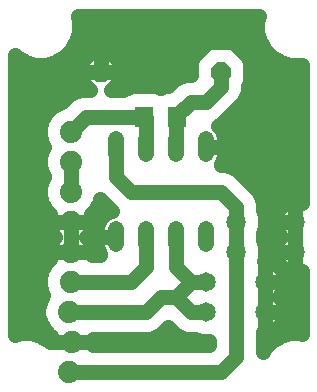
<source format=gbl>
G75*
%MOIN*%
%OFA0B0*%
%FSLAX24Y24*%
%IPPOS*%
%LPD*%
%AMOC8*
5,1,8,0,0,1.08239X$1,22.5*
%
%ADD10C,0.0520*%
%ADD11C,0.0650*%
%ADD12OC8,0.0660*%
%ADD13C,0.0740*%
%ADD14R,0.0630X0.0709*%
%ADD15C,0.0500*%
D10*
X004350Y005590D02*
X004350Y006110D01*
X005350Y006110D02*
X005350Y005590D01*
X006350Y005590D02*
X006350Y006110D01*
X007350Y006110D02*
X007350Y005590D01*
X007350Y008590D02*
X007350Y009110D01*
X006350Y009110D02*
X006350Y008590D01*
X005350Y008590D02*
X005350Y009110D01*
X004350Y009110D02*
X004350Y008590D01*
D11*
X007366Y004350D03*
X007366Y003350D03*
X008366Y005350D03*
X008366Y006350D03*
X009334Y004350D03*
X009334Y003350D03*
X010334Y005350D03*
X010334Y006350D03*
D12*
X007850Y011350D03*
X003850Y011350D03*
D13*
X002850Y009350D03*
X002850Y008350D03*
X002850Y007350D03*
X002850Y006350D03*
X002850Y005350D03*
X002850Y004350D03*
X002800Y003350D03*
X002900Y002350D03*
X002800Y001350D03*
D14*
X005299Y009850D03*
X006401Y009850D03*
D15*
X001844Y002543D02*
X001519Y002630D01*
X001181Y002630D01*
X001000Y002581D01*
X001000Y011890D01*
X001064Y011826D01*
X001356Y011657D01*
X001681Y011570D01*
X002019Y011570D01*
X002344Y011657D01*
X002636Y011826D01*
X002874Y012064D01*
X003043Y012356D01*
X003130Y012681D01*
X003130Y013019D01*
X003082Y013196D01*
X009118Y013196D01*
X009070Y013019D01*
X009070Y012681D01*
X009157Y012356D01*
X009326Y012064D01*
X009564Y011826D01*
X009856Y011657D01*
X010181Y011570D01*
X010519Y011570D01*
X010570Y011584D01*
X010570Y006983D01*
X010552Y006991D01*
X010466Y007013D01*
X010378Y007025D01*
X010334Y007025D01*
X010290Y007025D01*
X010202Y007013D01*
X010117Y006991D01*
X010035Y006957D01*
X009958Y006912D01*
X009888Y006859D01*
X009826Y006796D01*
X009772Y006726D01*
X009728Y006649D01*
X009694Y006567D01*
X009671Y006482D01*
X009659Y006394D01*
X009659Y006350D01*
X009659Y006306D01*
X009671Y006218D01*
X009694Y006133D01*
X009728Y006051D01*
X009772Y005974D01*
X009826Y005904D01*
X009880Y005850D01*
X009826Y005796D01*
X009772Y005726D01*
X009728Y005649D01*
X009694Y005567D01*
X009671Y005482D01*
X009659Y005394D01*
X009659Y005350D01*
X009659Y005306D01*
X009671Y005218D01*
X009694Y005133D01*
X009728Y005051D01*
X009772Y004974D01*
X009826Y004904D01*
X009888Y004841D01*
X009958Y004788D01*
X010035Y004743D01*
X010117Y004709D01*
X010202Y004687D01*
X010290Y004675D01*
X010334Y004675D01*
X010334Y005350D01*
X009659Y005350D01*
X010334Y005350D01*
X010334Y005350D01*
X010334Y005350D01*
X010334Y006350D01*
X009659Y006350D01*
X010334Y006350D01*
X010334Y006350D01*
X010334Y007025D01*
X010334Y006350D01*
X010334Y006350D01*
X010334Y006350D01*
X010334Y006025D01*
X010334Y005350D01*
X010334Y005350D01*
X010334Y004675D01*
X010378Y004675D01*
X010466Y004687D01*
X010552Y004709D01*
X010570Y004717D01*
X010570Y002616D01*
X010519Y002630D01*
X010181Y002630D01*
X009856Y002543D01*
X009564Y002374D01*
X009326Y002136D01*
X009250Y002005D01*
X009250Y002680D01*
X009290Y002675D01*
X009334Y002675D01*
X009334Y003350D01*
X009334Y004350D01*
X009334Y004350D01*
X009334Y005025D01*
X009290Y005025D01*
X009286Y005025D01*
X009341Y005156D01*
X009341Y005544D01*
X009266Y005725D01*
X009266Y005975D01*
X009341Y006156D01*
X009341Y006544D01*
X009266Y006725D01*
X009266Y007013D01*
X009129Y007344D01*
X008613Y007860D01*
X008360Y008113D01*
X008029Y008250D01*
X007857Y008250D01*
X007872Y008270D01*
X007915Y008356D01*
X007945Y008447D01*
X007960Y008542D01*
X007960Y008850D01*
X007960Y009158D01*
X007945Y009253D01*
X007915Y009344D01*
X007872Y009430D01*
X007815Y009507D01*
X007772Y009551D01*
X007860Y009587D01*
X008360Y010087D01*
X008613Y010340D01*
X008750Y010671D01*
X008750Y010864D01*
X008830Y010944D01*
X008830Y011756D01*
X008256Y012330D01*
X007444Y012330D01*
X006870Y011756D01*
X006870Y011250D01*
X006671Y011250D01*
X006340Y011113D01*
X006087Y010860D01*
X006082Y010854D01*
X005957Y010854D01*
X005850Y010810D01*
X005743Y010854D01*
X004855Y010854D01*
X004616Y010755D01*
X004610Y010750D01*
X004212Y010750D01*
X004530Y011068D01*
X004530Y011350D01*
X004530Y011632D01*
X004132Y012030D01*
X003850Y012030D01*
X003850Y011350D01*
X004530Y011350D01*
X003850Y011350D01*
X003850Y011350D01*
X003850Y011350D01*
X003850Y011350D01*
X003170Y011350D01*
X003170Y011632D01*
X003568Y012030D01*
X003850Y012030D01*
X003850Y011350D01*
X003170Y011350D01*
X003170Y011068D01*
X003488Y010750D01*
X003171Y010750D01*
X002840Y010613D01*
X002587Y010360D01*
X002554Y010327D01*
X002456Y010300D01*
X002224Y010166D01*
X002034Y009976D01*
X001900Y009744D01*
X001830Y009484D01*
X001830Y009216D01*
X001900Y008956D01*
X001961Y008850D01*
X001900Y008744D01*
X001830Y008484D01*
X001830Y008216D01*
X001900Y007956D01*
X001950Y007869D01*
X001950Y007831D01*
X001900Y007744D01*
X001830Y007484D01*
X001830Y007216D01*
X001900Y006956D01*
X002034Y006724D01*
X002169Y006588D01*
X002167Y006582D01*
X002142Y006491D01*
X002130Y006397D01*
X002130Y006350D01*
X002641Y006350D01*
X002641Y006350D01*
X002130Y006350D01*
X002130Y006303D01*
X002142Y006209D01*
X002167Y006118D01*
X002203Y006031D01*
X002250Y005949D01*
X002308Y005874D01*
X002332Y005850D01*
X002308Y005826D01*
X002250Y005751D01*
X002203Y005669D01*
X002167Y005582D01*
X002142Y005491D01*
X002130Y005397D01*
X002130Y005350D01*
X002641Y005350D01*
X002130Y005350D01*
X002130Y005303D01*
X002142Y005209D01*
X002167Y005118D01*
X002169Y005112D01*
X002034Y004976D01*
X001900Y004744D01*
X001830Y004484D01*
X001830Y004216D01*
X001900Y003956D01*
X001936Y003893D01*
X001850Y003744D01*
X001780Y003484D01*
X001780Y003216D01*
X001850Y002956D01*
X001984Y002724D01*
X002174Y002534D01*
X002200Y002519D01*
X002192Y002491D01*
X002180Y002397D01*
X002180Y002350D01*
X002591Y002350D01*
X002180Y002350D01*
X002180Y002330D01*
X002136Y002374D01*
X001844Y002543D01*
X001919Y002837D02*
X001000Y002837D01*
X001000Y003335D02*
X001780Y003335D01*
X001901Y003834D02*
X001000Y003834D01*
X001000Y004332D02*
X001830Y004332D01*
X001950Y004831D02*
X001000Y004831D01*
X001000Y005329D02*
X002130Y005329D01*
X002641Y005350D02*
X002641Y005350D01*
X002850Y005370D02*
X002850Y005370D01*
X002850Y006330D01*
X002850Y006330D01*
X002850Y005370D01*
X003059Y005350D02*
X003570Y005350D01*
X003570Y005397D01*
X003558Y005491D01*
X003533Y005582D01*
X003497Y005669D01*
X003450Y005751D01*
X003392Y005826D01*
X003368Y005850D01*
X003392Y005874D01*
X003450Y005949D01*
X003497Y006031D01*
X003533Y006118D01*
X003558Y006209D01*
X003570Y006303D01*
X003570Y006350D01*
X003570Y006397D01*
X003558Y006491D01*
X003533Y006582D01*
X003531Y006588D01*
X003666Y006724D01*
X003800Y006956D01*
X003837Y007091D01*
X003840Y007087D01*
X004220Y006707D01*
X004207Y006705D01*
X004116Y006675D01*
X004030Y006632D01*
X003953Y006575D01*
X003885Y006507D01*
X003828Y006430D01*
X003785Y006344D01*
X003755Y006253D01*
X003740Y006158D01*
X003740Y005850D01*
X004350Y005850D01*
X004350Y005850D01*
X003740Y005850D01*
X003740Y005542D01*
X003755Y005447D01*
X003785Y005356D01*
X003828Y005270D01*
X003843Y005250D01*
X003563Y005250D01*
X003570Y005303D01*
X003570Y005350D01*
X003059Y005350D01*
X003059Y005350D01*
X003570Y005329D02*
X003798Y005329D01*
X003740Y005828D02*
X003391Y005828D01*
X003570Y006326D02*
X003779Y006326D01*
X003570Y006350D02*
X003059Y006350D01*
X003059Y006350D01*
X003570Y006350D01*
X003724Y006825D02*
X004103Y006825D01*
X004850Y007350D02*
X004350Y007850D01*
X004350Y008850D01*
X005350Y008850D02*
X005350Y009799D01*
X005299Y009850D01*
X003350Y009850D01*
X002850Y009350D01*
X002850Y008350D02*
X002850Y007350D01*
X002850Y006326D02*
X002850Y006326D01*
X002850Y005828D02*
X002850Y005828D01*
X002309Y005828D02*
X001000Y005828D01*
X001000Y006326D02*
X002130Y006326D01*
X001976Y006825D02*
X001000Y006825D01*
X001000Y007323D02*
X001830Y007323D01*
X001944Y007822D02*
X001000Y007822D01*
X001000Y008320D02*
X001830Y008320D01*
X001943Y008819D02*
X001000Y008819D01*
X001000Y009317D02*
X001830Y009317D01*
X001941Y009816D02*
X001000Y009816D01*
X001000Y010314D02*
X002507Y010314D01*
X003170Y011311D02*
X001000Y011311D01*
X001000Y010813D02*
X003426Y010813D01*
X004274Y010813D02*
X004754Y010813D01*
X004530Y011311D02*
X006870Y011311D01*
X006924Y011810D02*
X004352Y011810D01*
X003850Y011810D02*
X003850Y011810D01*
X003348Y011810D02*
X002608Y011810D01*
X003015Y012308D02*
X007422Y012308D01*
X008278Y012308D02*
X009185Y012308D01*
X009592Y011810D02*
X008776Y011810D01*
X008830Y011311D02*
X010570Y011311D01*
X010570Y010813D02*
X008750Y010813D01*
X008587Y010314D02*
X010570Y010314D01*
X010570Y009816D02*
X008088Y009816D01*
X007924Y009317D02*
X010570Y009317D01*
X010570Y008819D02*
X007960Y008819D01*
X007960Y008850D02*
X007350Y008850D01*
X007850Y008850D01*
X007960Y008850D02*
X007350Y008850D01*
X007350Y008850D01*
X007897Y008320D02*
X010570Y008320D01*
X010570Y007822D02*
X008651Y007822D01*
X009137Y007323D02*
X010570Y007323D01*
X010334Y006825D02*
X010334Y006825D01*
X009854Y006825D02*
X009266Y006825D01*
X009341Y006326D02*
X009659Y006326D01*
X009857Y005828D02*
X009266Y005828D01*
X009341Y005329D02*
X009659Y005329D01*
X009552Y004991D02*
X009466Y005013D01*
X009378Y005025D01*
X009334Y005025D01*
X009334Y004350D01*
X009334Y004350D01*
X009334Y003675D01*
X009334Y003350D01*
X009334Y003350D01*
X009334Y003350D01*
X009334Y002675D01*
X009378Y002675D01*
X009466Y002687D01*
X009552Y002709D01*
X009633Y002743D01*
X009710Y002788D01*
X009780Y002841D01*
X009843Y002904D01*
X009897Y002974D01*
X009941Y003051D01*
X009975Y003133D01*
X009998Y003218D01*
X010009Y003306D01*
X010009Y003350D01*
X009334Y003350D01*
X010009Y003350D01*
X010009Y003394D01*
X009998Y003482D01*
X009975Y003567D01*
X009941Y003649D01*
X009897Y003726D01*
X009843Y003796D01*
X009789Y003850D01*
X009843Y003904D01*
X009897Y003974D01*
X009941Y004051D01*
X009975Y004133D01*
X009998Y004218D01*
X010009Y004306D01*
X010009Y004350D01*
X009334Y004350D01*
X010009Y004350D01*
X010009Y004394D01*
X009998Y004482D01*
X009975Y004567D01*
X009941Y004649D01*
X009897Y004726D01*
X009843Y004796D01*
X009780Y004859D01*
X009710Y004912D01*
X009633Y004957D01*
X009552Y004991D01*
X009334Y004831D02*
X009334Y004831D01*
X009808Y004831D02*
X009902Y004831D01*
X010334Y004831D02*
X010334Y004831D01*
X010334Y005329D02*
X010334Y005329D01*
X010334Y005828D02*
X010334Y005828D01*
X010334Y006326D02*
X010334Y006326D01*
X010570Y004332D02*
X010009Y004332D01*
X009805Y003834D02*
X010570Y003834D01*
X010570Y003335D02*
X010009Y003335D01*
X009774Y002837D02*
X010570Y002837D01*
X009528Y002338D02*
X009250Y002338D01*
X009334Y002837D02*
X009334Y002837D01*
X009334Y003335D02*
X009334Y003335D01*
X009334Y003350D02*
X009334Y003350D01*
X009334Y003834D02*
X009334Y003834D01*
X009334Y004332D02*
X009334Y004332D01*
X009334Y004350D02*
X009334Y004350D01*
X008350Y005334D02*
X008366Y005350D01*
X008366Y006350D01*
X008366Y006834D01*
X007850Y007350D01*
X004850Y007350D01*
X005350Y005850D02*
X005350Y004850D01*
X004850Y004350D01*
X002850Y004350D01*
X002800Y003350D02*
X005350Y003350D01*
X005850Y003850D01*
X006350Y003850D01*
X006850Y004350D01*
X006350Y004850D01*
X006350Y005850D01*
X006850Y004350D02*
X007366Y004350D01*
X007366Y003350D02*
X006850Y003350D01*
X006350Y003850D01*
X006100Y002827D02*
X006340Y002587D01*
X006671Y002450D01*
X006991Y002450D01*
X007172Y002375D01*
X007450Y002375D01*
X007450Y002250D01*
X003613Y002250D01*
X003620Y002303D01*
X003620Y002350D01*
X003620Y002397D01*
X003613Y002450D01*
X005529Y002450D01*
X005860Y002587D01*
X006100Y002827D01*
X007450Y002338D02*
X003620Y002338D01*
X003620Y002350D02*
X003009Y002350D01*
X003009Y002350D01*
X003620Y002350D01*
X003009Y002350D02*
X003009Y002350D01*
X002591Y002350D02*
X002591Y002350D01*
X002591Y002350D01*
X002180Y002338D02*
X002172Y002338D01*
X002800Y001350D02*
X007850Y001350D01*
X008350Y001850D01*
X008350Y005334D01*
X008366Y006350D02*
X008350Y006350D01*
X006350Y008850D02*
X006350Y009799D01*
X006401Y009850D01*
X006401Y009901D01*
X006850Y010350D01*
X007350Y010350D01*
X007850Y010850D01*
X007850Y011350D01*
X009070Y012807D02*
X003130Y012807D01*
X001092Y011810D02*
X001000Y011810D01*
X005844Y010813D02*
X005856Y010813D01*
M02*

</source>
